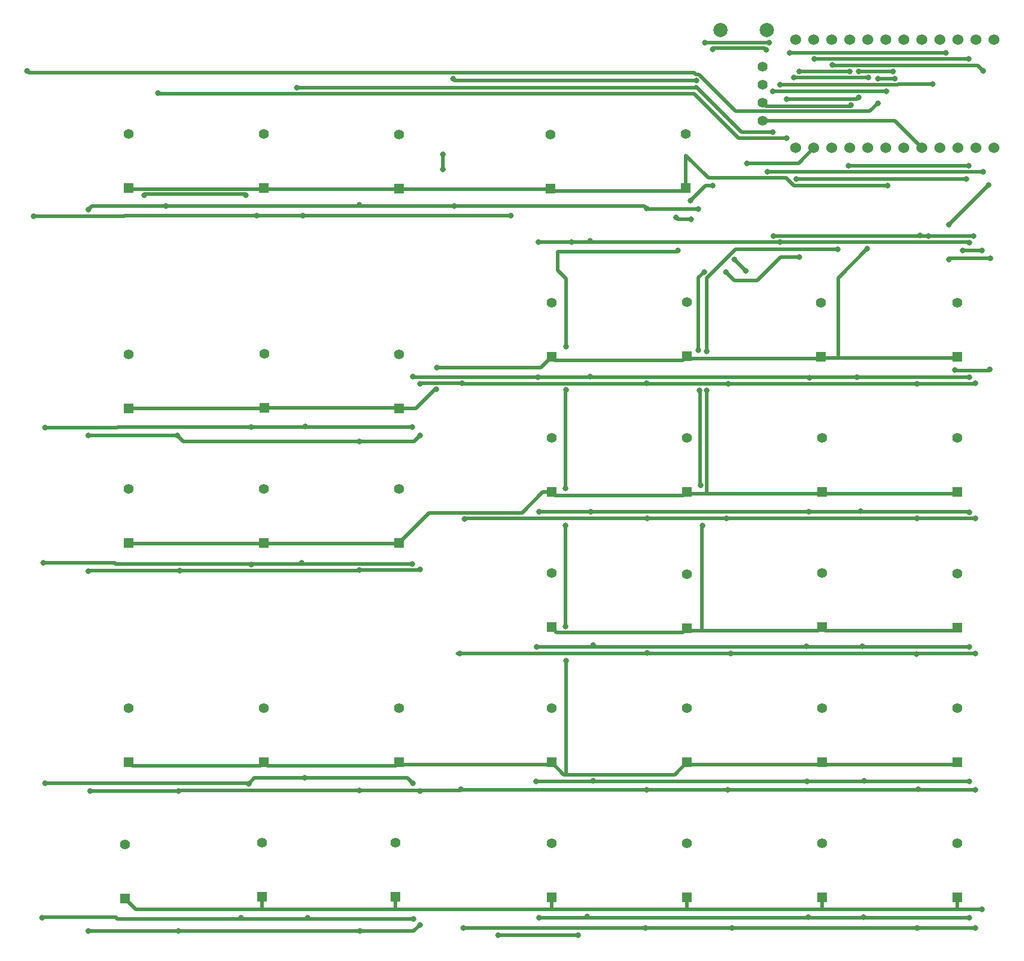
<source format=gbr>
G04 #@! TF.GenerationSoftware,KiCad,Pcbnew,7.0.6*
G04 #@! TF.CreationDate,2023-08-25T23:20:57+09:00*
G04 #@! TF.ProjectId,yamata37,79616d61-7461-4333-972e-6b696361645f,rev?*
G04 #@! TF.SameCoordinates,Original*
G04 #@! TF.FileFunction,Copper,L1,Top*
G04 #@! TF.FilePolarity,Positive*
%FSLAX46Y46*%
G04 Gerber Fmt 4.6, Leading zero omitted, Abs format (unit mm)*
G04 Created by KiCad (PCBNEW 7.0.6) date 2023-08-25 23:20:57*
%MOMM*%
%LPD*%
G01*
G04 APERTURE LIST*
G04 #@! TA.AperFunction,ComponentPad*
%ADD10R,1.397000X1.397000*%
G04 #@! TD*
G04 #@! TA.AperFunction,ComponentPad*
%ADD11C,1.397000*%
G04 #@! TD*
G04 #@! TA.AperFunction,ComponentPad*
%ADD12C,1.524000*%
G04 #@! TD*
G04 #@! TA.AperFunction,ComponentPad*
%ADD13C,2.000000*%
G04 #@! TD*
G04 #@! TA.AperFunction,ViaPad*
%ADD14C,0.800000*%
G04 #@! TD*
G04 #@! TA.AperFunction,Conductor*
%ADD15C,0.500000*%
G04 #@! TD*
G04 APERTURE END LIST*
D10*
X60721926Y-89524133D03*
D11*
X60721926Y-81904133D03*
D10*
X60721926Y-120502287D03*
D11*
X60721926Y-112882287D03*
D10*
X79248000Y-139446000D03*
D11*
X79248000Y-131826000D03*
D10*
X120130000Y-39530000D03*
D11*
X120130000Y-31910000D03*
D10*
X60452000Y-139446000D03*
D11*
X60452000Y-131826000D03*
D10*
X41671910Y-120502287D03*
D11*
X41671910Y-112882287D03*
D10*
X158353258Y-101523626D03*
D11*
X158353258Y-93903626D03*
D10*
X79771942Y-120502287D03*
D11*
X79771942Y-112882287D03*
D10*
X101092000Y-39627000D03*
D11*
X101092000Y-32007000D03*
D10*
X158353258Y-82402255D03*
D11*
X158353258Y-74782255D03*
D10*
X41656000Y-39530000D03*
D11*
X41656000Y-31910000D03*
D10*
X139303242Y-101452271D03*
D11*
X139303242Y-93832271D03*
D10*
X60786177Y-70538904D03*
D11*
X60786177Y-62918904D03*
D10*
X41671910Y-89546011D03*
D11*
X41671910Y-81926011D03*
D10*
X101203210Y-82380377D03*
D11*
X101203210Y-74760377D03*
D10*
X120253226Y-82402255D03*
D11*
X120253226Y-74782255D03*
D12*
X163592006Y-33850172D03*
X161052006Y-33850172D03*
X158512006Y-33850172D03*
X155972006Y-33850172D03*
X153432006Y-33850172D03*
X150892006Y-33850172D03*
X148352006Y-33850172D03*
X145812006Y-33850172D03*
X143272006Y-33850172D03*
X140732006Y-33850172D03*
X138192006Y-33850172D03*
X135652006Y-33850172D03*
X135652006Y-18630172D03*
X138192006Y-18630172D03*
X140732006Y-18630172D03*
X143272006Y-18630172D03*
X145812006Y-18630172D03*
X148352006Y-18630172D03*
X150892006Y-18630172D03*
X153432006Y-18630172D03*
X155972006Y-18630172D03*
X158512006Y-18630172D03*
X161052006Y-18630172D03*
X163592006Y-18630172D03*
D13*
X131564173Y-17264077D03*
X125064173Y-17264077D03*
D10*
X101203210Y-101452271D03*
D11*
X101203210Y-93832271D03*
X130968860Y-30003772D03*
X130968860Y-27463772D03*
X130968860Y-24923772D03*
X130968860Y-22383772D03*
D10*
X79756000Y-70615000D03*
D11*
X79756000Y-62995000D03*
D10*
X158353258Y-120491348D03*
D11*
X158353258Y-112871348D03*
D10*
X139303242Y-139544252D03*
D11*
X139303242Y-131924252D03*
D10*
X41656000Y-70615000D03*
D11*
X41656000Y-62995000D03*
D10*
X120253226Y-101603000D03*
D11*
X120253226Y-93983000D03*
D10*
X120253226Y-139552303D03*
D11*
X120253226Y-131932303D03*
D10*
X79771942Y-89546011D03*
D11*
X79771942Y-81926011D03*
D10*
X60694000Y-39530000D03*
D11*
X60694000Y-31910000D03*
D10*
X79756000Y-39624000D03*
D11*
X79756000Y-32004000D03*
D10*
X158353258Y-63344250D03*
D11*
X158353258Y-55724250D03*
D10*
X101203210Y-139552303D03*
D11*
X101203210Y-131932303D03*
D10*
X139303242Y-120502287D03*
D11*
X139303242Y-112882287D03*
D10*
X120253226Y-120502287D03*
D11*
X120253226Y-112882287D03*
D10*
X139160250Y-63352239D03*
D11*
X139160250Y-55732239D03*
D10*
X101203210Y-63341300D03*
D11*
X101203210Y-55721300D03*
D10*
X41148000Y-139703000D03*
D11*
X41148000Y-132083000D03*
D10*
X101203210Y-120502287D03*
D11*
X101203210Y-112882287D03*
D10*
X139303242Y-82402255D03*
D11*
X139303242Y-74782255D03*
D10*
X158353258Y-139552303D03*
D11*
X158353258Y-131932303D03*
D10*
X120253226Y-63246000D03*
D11*
X120253226Y-55626000D03*
D14*
X157205688Y-44665688D03*
X43860000Y-40533500D03*
X58180000Y-40570000D03*
X85890000Y-34780000D03*
X85890000Y-36880000D03*
X143440000Y-27850500D03*
X74180000Y-93400000D03*
X74170000Y-75210000D03*
X57450000Y-142420000D03*
X66850000Y-142410000D03*
X66560000Y-73090000D03*
X58880000Y-73250000D03*
X66200000Y-43430000D03*
X74170000Y-41910000D03*
X65980000Y-92330000D03*
X87490000Y-42040000D03*
X74210000Y-144280000D03*
X74160000Y-124450000D03*
X66430000Y-122660000D03*
X29400000Y-142360000D03*
X35990000Y-144280000D03*
X29890000Y-123440000D03*
X36190000Y-124550000D03*
X29610000Y-92390000D03*
X35980000Y-93500000D03*
X29888028Y-73340000D03*
X35980000Y-74440000D03*
X35980000Y-42570000D03*
X28220000Y-43470000D03*
X128770000Y-36020000D03*
X123910000Y-39210000D03*
X120800000Y-41290000D03*
X120879500Y-43920000D03*
X118790000Y-43710000D03*
X118990000Y-48360000D03*
X103260000Y-61900000D03*
X103260000Y-67949500D03*
X103160000Y-81870000D03*
X103200000Y-87140000D03*
X103200000Y-101310000D03*
X103290000Y-106110000D03*
X136110000Y-49220000D03*
X125800000Y-51340000D03*
X122710000Y-51340000D03*
X121920000Y-62340000D03*
X122070715Y-68070818D03*
X122230500Y-81460000D03*
X122480000Y-87100000D03*
X141520000Y-48150000D03*
X123070000Y-62570000D03*
X123070000Y-68050000D03*
X145730000Y-48110000D03*
X85100000Y-64820000D03*
X84960000Y-67889500D03*
X148530000Y-39139500D03*
X93700000Y-144810000D03*
X104930000Y-144860000D03*
X106270000Y-142220000D03*
X114460000Y-143810000D03*
X107060000Y-123050000D03*
X114630000Y-124340000D03*
X107060000Y-103970000D03*
X114680000Y-105059500D03*
X106730000Y-85120000D03*
X114730000Y-86090000D03*
X106690000Y-66080000D03*
X114590000Y-67050000D03*
X106660000Y-46940000D03*
X114630000Y-42370000D03*
X126960000Y-49570000D03*
X128565063Y-51175063D03*
X145190000Y-142330000D03*
X152710000Y-143810000D03*
X145260000Y-123060000D03*
X152880000Y-124310000D03*
X145050000Y-104080000D03*
X152670000Y-105180000D03*
X144770000Y-85090000D03*
X152750000Y-86090000D03*
X144290000Y-66170000D03*
X152700000Y-67100000D03*
X162765623Y-39100000D03*
X157200000Y-49570000D03*
X163020000Y-49430000D03*
X162950000Y-65090000D03*
X158090000Y-65200000D03*
X135710000Y-38290000D03*
X161900000Y-48350000D03*
X159650000Y-38290000D03*
X159160500Y-48290000D03*
X161850000Y-141210000D03*
X137230000Y-123130000D03*
X160070000Y-104210000D03*
X99360000Y-47180000D03*
X81630000Y-73250000D03*
X137100000Y-104130000D03*
X99040000Y-123140000D03*
X99300000Y-66200000D03*
X103990000Y-47180000D03*
X160070000Y-142390000D03*
X95460000Y-43400000D03*
X160070000Y-66200000D03*
X154910000Y-24890000D03*
X81660000Y-123410000D03*
X59680000Y-43440000D03*
X58530000Y-123490000D03*
X81700000Y-66120000D03*
X137590000Y-66250000D03*
X58880000Y-92570000D03*
X99420000Y-85190000D03*
X133370000Y-24923772D03*
X81740000Y-142520000D03*
X137380000Y-142270000D03*
X81620000Y-92510000D03*
X137470000Y-85170000D03*
X160070000Y-123210000D03*
X99120000Y-104210000D03*
X133440000Y-47180000D03*
X160070000Y-47210000D03*
X99420000Y-142380000D03*
X160070000Y-85210000D03*
X88470000Y-124290000D03*
X82690000Y-74410000D03*
X126660000Y-143810000D03*
X48820000Y-93480000D03*
X160710000Y-46320000D03*
X153100000Y-46190000D03*
X88830000Y-143810000D03*
X48460000Y-74410000D03*
X125840000Y-86090000D03*
X82680000Y-143400000D03*
X82690000Y-67080000D03*
X121910000Y-42520000D03*
X88620000Y-67040000D03*
X132470000Y-46330500D03*
X48650000Y-144280000D03*
X88960000Y-86170000D03*
X126460000Y-105140000D03*
X82690000Y-124530000D03*
X88310000Y-105140000D03*
X46840000Y-42040000D03*
X82690000Y-93290000D03*
X160920000Y-105140000D03*
X126160000Y-67100000D03*
X160920000Y-124320000D03*
X48680000Y-124530000D03*
X160920000Y-86090000D03*
X160920000Y-67030000D03*
X154360000Y-46310000D03*
X126070000Y-124320000D03*
X160920000Y-143820000D03*
X147180000Y-24074272D03*
X27350000Y-23050000D03*
X147210000Y-27550000D03*
X149600000Y-24074272D03*
X134380000Y-32520000D03*
X149330000Y-23089500D03*
X134360000Y-26970000D03*
X45750000Y-26180001D03*
X144470000Y-26720000D03*
X144470000Y-23089500D03*
X132360000Y-31640000D03*
X65380000Y-25350000D03*
X148410000Y-25867994D03*
X132420000Y-25870000D03*
X145860000Y-23980000D03*
X135350000Y-23960000D03*
X131430000Y-20020000D03*
X121620000Y-24340000D03*
X123910000Y-19919500D03*
X87320000Y-24110000D03*
X122850000Y-19070000D03*
X131870000Y-19070000D03*
X143270000Y-23089500D03*
X136090000Y-23130500D03*
X162000000Y-23000000D03*
X140770000Y-22150000D03*
X131620000Y-37260000D03*
X162000000Y-37260000D03*
X138210000Y-21279500D03*
X160000000Y-21279500D03*
X160000000Y-36410000D03*
X143030000Y-36410000D03*
X156760000Y-20430000D03*
X134750000Y-20430000D03*
D15*
X157205688Y-44659935D02*
X157205688Y-44665688D01*
X162765623Y-39100000D02*
X157205688Y-44659935D01*
X162000000Y-37260000D02*
X131620000Y-37260000D01*
X140860000Y-22240000D02*
X140770000Y-22150000D01*
X162000000Y-23000000D02*
X161240000Y-22240000D01*
X161240000Y-22240000D02*
X140860000Y-22240000D01*
X160000000Y-36410000D02*
X143030000Y-36410000D01*
X160000000Y-21279500D02*
X138210000Y-21279500D01*
X57994000Y-40384000D02*
X43860000Y-40384000D01*
X58180000Y-40570000D02*
X57994000Y-40384000D01*
X43860000Y-40384000D02*
X43860000Y-40533500D01*
X74210000Y-144280000D02*
X81800000Y-144280000D01*
X48650000Y-144280000D02*
X74210000Y-144280000D01*
X35990000Y-144280000D02*
X48650000Y-144280000D01*
X82680000Y-143400000D02*
X81800000Y-144280000D01*
X85890000Y-36880000D02*
X85890000Y-34780000D01*
X143440000Y-28000000D02*
X143440000Y-27850500D01*
X131505088Y-28000000D02*
X143440000Y-28000000D01*
X130968860Y-27463772D02*
X131505088Y-28000000D01*
X130968860Y-30003772D02*
X149585606Y-30003772D01*
X149585606Y-30003772D02*
X153432006Y-33850172D01*
X36000000Y-93480000D02*
X35980000Y-93500000D01*
X48820000Y-93480000D02*
X36000000Y-93480000D01*
X74180000Y-93400000D02*
X74100000Y-93480000D01*
X74100000Y-93480000D02*
X48820000Y-93480000D01*
X82580000Y-93400000D02*
X74180000Y-93400000D01*
X82690000Y-93290000D02*
X82580000Y-93400000D01*
X40140000Y-73250000D02*
X81630000Y-73250000D01*
X40050000Y-73340000D02*
X40140000Y-73250000D01*
X29888028Y-73340000D02*
X40050000Y-73340000D01*
X88310000Y-124450000D02*
X88470000Y-124290000D01*
X74160000Y-124450000D02*
X88310000Y-124450000D01*
X48760000Y-124450000D02*
X74160000Y-124450000D01*
X48680000Y-124530000D02*
X48760000Y-124450000D01*
X48660000Y-124550000D02*
X48680000Y-124530000D01*
X36190000Y-124550000D02*
X48660000Y-124550000D01*
X114780000Y-42520000D02*
X121910000Y-42520000D01*
X114630000Y-42370000D02*
X114780000Y-42520000D01*
X87490000Y-42040000D02*
X114300000Y-42040000D01*
X114300000Y-42040000D02*
X114630000Y-42370000D01*
X36510000Y-42040000D02*
X35980000Y-42570000D01*
X87490000Y-42040000D02*
X36510000Y-42040000D01*
X48460000Y-74410000D02*
X49310000Y-75260000D01*
X49310000Y-75260000D02*
X81840000Y-75260000D01*
X81840000Y-75260000D02*
X82690000Y-74410000D01*
X48430000Y-74440000D02*
X48460000Y-74410000D01*
X35980000Y-74440000D02*
X48430000Y-74440000D01*
X80910000Y-122660000D02*
X81660000Y-123410000D01*
X59360000Y-122660000D02*
X80910000Y-122660000D01*
X58530000Y-123490000D02*
X59360000Y-122660000D01*
X58480000Y-123440000D02*
X58530000Y-123490000D01*
X29890000Y-123440000D02*
X58480000Y-123440000D01*
X39820000Y-142340000D02*
X40000000Y-142520000D01*
X29420000Y-142340000D02*
X39820000Y-142340000D01*
X29400000Y-142360000D02*
X29420000Y-142340000D01*
X39770000Y-92510000D02*
X81620000Y-92510000D01*
X39650000Y-92390000D02*
X39770000Y-92510000D01*
X29610000Y-92390000D02*
X39650000Y-92390000D01*
X28220000Y-43470000D02*
X41010000Y-43470000D01*
X41040000Y-43440000D02*
X95420000Y-43440000D01*
X136022178Y-36020000D02*
X138192006Y-33850172D01*
X128770000Y-36020000D02*
X136022178Y-36020000D01*
X122880000Y-39210000D02*
X123910000Y-39210000D01*
X120800000Y-41290000D02*
X122880000Y-39210000D01*
X119000000Y-43920000D02*
X120879500Y-43920000D01*
X118790000Y-43710000D02*
X119000000Y-43920000D01*
X118860000Y-48490000D02*
X118990000Y-48360000D01*
X102120000Y-48490000D02*
X118860000Y-48490000D01*
X102120000Y-51142082D02*
X102120000Y-48490000D01*
X103260000Y-52282082D02*
X102120000Y-51142082D01*
X103260000Y-61900000D02*
X103260000Y-52282082D01*
X103260000Y-67800000D02*
X103260000Y-67949500D01*
X103180000Y-67800000D02*
X103260000Y-67800000D01*
X103160000Y-67820000D02*
X103180000Y-67800000D01*
X103160000Y-81870000D02*
X103160000Y-67820000D01*
X103200000Y-101310000D02*
X103200000Y-87140000D01*
X103290000Y-106350000D02*
X103290000Y-106110000D01*
X103280000Y-106360000D02*
X103290000Y-106350000D01*
X103280000Y-122200000D02*
X102900923Y-122200000D01*
X103280000Y-122200000D02*
X103280000Y-106360000D01*
X118555513Y-122200000D02*
X103280000Y-122200000D01*
X42133623Y-120964000D02*
X41671910Y-120502287D01*
X60260213Y-120964000D02*
X42133623Y-120964000D01*
X60721926Y-120502287D02*
X60260213Y-120964000D01*
X61183639Y-120964000D02*
X60721926Y-120502287D01*
X79771942Y-120502287D02*
X79310229Y-120964000D01*
X79310229Y-120964000D02*
X61183639Y-120964000D01*
X80098905Y-120829250D02*
X79771942Y-120502287D01*
X101203210Y-120502287D02*
X100876247Y-120829250D01*
X100876247Y-120829250D02*
X80098905Y-120829250D01*
X102900923Y-122200000D02*
X101203210Y-120502287D01*
X120253226Y-120502287D02*
X118555513Y-122200000D01*
X120580189Y-120829250D02*
X120253226Y-120502287D01*
X138976279Y-120829250D02*
X120580189Y-120829250D01*
X139303242Y-120502287D02*
X138976279Y-120829250D01*
X139630205Y-120829250D02*
X139303242Y-120502287D01*
X158353258Y-120491348D02*
X158015356Y-120829250D01*
X158015356Y-120829250D02*
X139630205Y-120829250D01*
X133530323Y-49220000D02*
X136110000Y-49220000D01*
X130202455Y-52547868D02*
X133530323Y-49220000D01*
X127007868Y-52547868D02*
X130202455Y-52547868D01*
X125800000Y-51340000D02*
X127007868Y-52547868D01*
X121920000Y-52130000D02*
X122710000Y-51340000D01*
X121920000Y-62340000D02*
X121920000Y-52130000D01*
X122071533Y-68070000D02*
X122070715Y-68070818D01*
X122110000Y-81339500D02*
X122110000Y-68070000D01*
X122110000Y-68070000D02*
X122071533Y-68070000D01*
X122230500Y-81460000D02*
X122110000Y-81339500D01*
X122430000Y-87150000D02*
X122480000Y-87100000D01*
X122430000Y-101940000D02*
X122430000Y-87150000D01*
X122430000Y-101940000D02*
X120590226Y-101940000D01*
X138815513Y-101940000D02*
X122430000Y-101940000D01*
X119690226Y-102166000D02*
X101916939Y-102166000D01*
X120253226Y-101603000D02*
X119690226Y-102166000D01*
X101916939Y-102166000D02*
X101203210Y-101452271D01*
X120590226Y-101940000D02*
X120253226Y-101603000D01*
X139303242Y-101452271D02*
X138815513Y-101940000D01*
X139790971Y-101940000D02*
X139303242Y-101452271D01*
X157936884Y-101940000D02*
X139790971Y-101940000D01*
X158353258Y-101523626D02*
X157936884Y-101940000D01*
X127177918Y-48150000D02*
X141520000Y-48150000D01*
X123070000Y-52257918D02*
X127177918Y-48150000D01*
X123070000Y-62570000D02*
X123070000Y-52257918D01*
X123070000Y-71372082D02*
X123070000Y-68050000D01*
X123080000Y-82620000D02*
X123080000Y-71382082D01*
X123080000Y-71382082D02*
X123070000Y-71372082D01*
X123080000Y-82620000D02*
X120470971Y-82620000D01*
X139085497Y-82620000D02*
X123080000Y-82620000D01*
X41775899Y-89650000D02*
X41671910Y-89546011D01*
X60596059Y-89650000D02*
X41775899Y-89650000D01*
X60721926Y-89524133D02*
X60596059Y-89650000D01*
X60847793Y-89650000D02*
X60721926Y-89524133D01*
X79667953Y-89650000D02*
X60847793Y-89650000D01*
X79771942Y-89546011D02*
X79667953Y-89650000D01*
X83997953Y-85320000D02*
X79771942Y-89546011D01*
X100004710Y-82380377D02*
X97065087Y-85320000D01*
X97065087Y-85320000D02*
X83997953Y-85320000D01*
X101203210Y-82380377D02*
X100004710Y-82380377D01*
X101668833Y-82846000D02*
X101203210Y-82380377D01*
X119809481Y-82846000D02*
X101668833Y-82846000D01*
X120253226Y-82402255D02*
X119809481Y-82846000D01*
X120470971Y-82620000D02*
X120253226Y-82402255D01*
X139303242Y-82402255D02*
X139085497Y-82620000D01*
X158135513Y-82620000D02*
X139520987Y-82620000D01*
X158353258Y-82402255D02*
X158135513Y-82620000D01*
X139520987Y-82620000D02*
X139303242Y-82402255D01*
X141620000Y-52220000D02*
X145730000Y-48110000D01*
X141620000Y-63510000D02*
X141620000Y-52220000D01*
X141620000Y-63510000D02*
X158187508Y-63510000D01*
X139318011Y-63510000D02*
X141620000Y-63510000D01*
X158187508Y-63510000D02*
X158353258Y-63344250D01*
X139160250Y-63352239D02*
X139318011Y-63510000D01*
X120591226Y-63584000D02*
X138928489Y-63584000D01*
X120253226Y-63246000D02*
X120591226Y-63584000D01*
X138928489Y-63584000D02*
X139160250Y-63352239D01*
X119689226Y-63810000D02*
X120253226Y-63246000D01*
X101671910Y-63810000D02*
X119689226Y-63810000D01*
X101203210Y-63341300D02*
X101671910Y-63810000D01*
X85100000Y-64820000D02*
X99724510Y-64820000D01*
X99724510Y-64820000D02*
X101203210Y-63341300D01*
X84960000Y-67740000D02*
X84960000Y-67889500D01*
X82085000Y-70615000D02*
X84960000Y-67740000D01*
X79756000Y-70615000D02*
X82085000Y-70615000D01*
X79679904Y-70538904D02*
X79756000Y-70615000D01*
X60786177Y-70538904D02*
X79679904Y-70538904D01*
X60710081Y-70615000D02*
X60786177Y-70538904D01*
X41656000Y-70615000D02*
X60710081Y-70615000D01*
X148380000Y-39140000D02*
X148530000Y-38990000D01*
X148530000Y-38990000D02*
X148530000Y-39139500D01*
X135330000Y-39140000D02*
X148380000Y-39140000D01*
X134300000Y-38110000D02*
X135330000Y-39140000D01*
X123310000Y-38110000D02*
X134300000Y-38110000D01*
X120130000Y-34930000D02*
X123310000Y-38110000D01*
X120130000Y-39530000D02*
X120130000Y-34930000D01*
X119750000Y-39910000D02*
X120130000Y-39530000D01*
X101375000Y-39910000D02*
X119750000Y-39910000D01*
X101092000Y-39627000D02*
X101375000Y-39910000D01*
X101035000Y-39684000D02*
X101092000Y-39627000D01*
X79816000Y-39684000D02*
X101035000Y-39684000D01*
X79756000Y-39624000D02*
X79816000Y-39684000D01*
X79696000Y-39684000D02*
X79756000Y-39624000D01*
X60848000Y-39684000D02*
X79696000Y-39684000D01*
X60694000Y-39530000D02*
X60848000Y-39684000D01*
X60540000Y-39684000D02*
X60694000Y-39530000D01*
X41810000Y-39684000D02*
X60540000Y-39684000D01*
X41656000Y-39530000D02*
X41810000Y-39684000D01*
X159650000Y-38290000D02*
X135710000Y-38290000D01*
X136131000Y-23089500D02*
X143270000Y-23089500D01*
X136090000Y-23130500D02*
X136131000Y-23089500D01*
X148410000Y-25867994D02*
X132422006Y-25867994D01*
X132422006Y-25867994D02*
X132420000Y-25870000D01*
X144470000Y-23089500D02*
X149330000Y-23089500D01*
X99290000Y-66190000D02*
X99300000Y-66200000D01*
X81700000Y-66120000D02*
X81770000Y-66190000D01*
X81770000Y-66190000D02*
X99290000Y-66190000D01*
X159160500Y-48290000D02*
X161840000Y-48290000D01*
X161840000Y-48290000D02*
X161900000Y-48350000D01*
X158120000Y-65230000D02*
X162810000Y-65230000D01*
X162810000Y-65230000D02*
X162950000Y-65090000D01*
X158090000Y-65200000D02*
X158120000Y-65230000D01*
X93750000Y-144860000D02*
X93700000Y-144810000D01*
X104930000Y-144860000D02*
X93750000Y-144860000D01*
X128565063Y-51175063D02*
X126960000Y-49570000D01*
X157340000Y-49430000D02*
X157200000Y-49570000D01*
X163020000Y-49430000D02*
X157340000Y-49430000D01*
X99300000Y-66200000D02*
X160070000Y-66200000D01*
X120330000Y-141210000D02*
X101200000Y-141210000D01*
X60452000Y-141122000D02*
X60540000Y-141210000D01*
X120253226Y-139552303D02*
X120253226Y-141133226D01*
X139360000Y-141210000D02*
X120330000Y-141210000D01*
X161850000Y-141210000D02*
X158420000Y-141210000D01*
X42655000Y-141210000D02*
X41148000Y-139703000D01*
X79320000Y-141210000D02*
X60540000Y-141210000D01*
X79248000Y-139446000D02*
X79248000Y-141138000D01*
X60540000Y-141210000D02*
X42655000Y-141210000D01*
X158420000Y-141210000D02*
X139360000Y-141210000D01*
X158353258Y-139552303D02*
X158353258Y-141143258D01*
X101203210Y-139552303D02*
X101203210Y-141206790D01*
X60452000Y-139446000D02*
X60452000Y-141122000D01*
X120253226Y-141133226D02*
X120330000Y-141210000D01*
X139303242Y-139544252D02*
X139303242Y-141153242D01*
X139303242Y-141153242D02*
X139360000Y-141210000D01*
X79248000Y-141138000D02*
X79320000Y-141210000D01*
X101200000Y-141210000D02*
X79320000Y-141210000D01*
X101203210Y-141206790D02*
X101200000Y-141210000D01*
X158353258Y-141143258D02*
X158420000Y-141210000D01*
X160060000Y-142380000D02*
X99420000Y-142380000D01*
X160070000Y-85210000D02*
X160050000Y-85190000D01*
X160070000Y-47200000D02*
X160070000Y-47210000D01*
X160070000Y-123210000D02*
X99110000Y-123210000D01*
X150016228Y-24923772D02*
X150050000Y-24890000D01*
X160070000Y-104210000D02*
X99120000Y-104210000D01*
X103990000Y-47180000D02*
X99360000Y-47180000D01*
X160070000Y-142390000D02*
X160060000Y-142380000D01*
X133440000Y-47180000D02*
X103990000Y-47180000D01*
X160050000Y-85190000D02*
X156460000Y-85190000D01*
X133440000Y-47180000D02*
X160050000Y-47180000D01*
X156460000Y-85190000D02*
X99420000Y-85190000D01*
X95420000Y-43440000D02*
X95460000Y-43400000D01*
X150050000Y-24890000D02*
X154910000Y-24890000D01*
X99110000Y-123210000D02*
X99040000Y-123140000D01*
X160050000Y-47180000D02*
X160070000Y-47200000D01*
X133370000Y-24923772D02*
X150016228Y-24923772D01*
X40000000Y-142520000D02*
X81740000Y-142520000D01*
X88620000Y-67040000D02*
X82730000Y-67040000D01*
X160850000Y-67100000D02*
X88560000Y-67100000D01*
X88560000Y-67100000D02*
X88620000Y-67040000D01*
X160910000Y-143810000D02*
X88830000Y-143810000D01*
X82730000Y-67040000D02*
X82690000Y-67080000D01*
X160920000Y-105140000D02*
X87960000Y-105140000D01*
X88880000Y-86090000D02*
X88960000Y-86170000D01*
X160920000Y-86090000D02*
X88880000Y-86090000D01*
X88470000Y-124320000D02*
X88470000Y-124290000D01*
X160920000Y-67030000D02*
X160850000Y-67100000D01*
X160920000Y-124320000D02*
X88470000Y-124320000D01*
X132470000Y-46330500D02*
X160699500Y-46330500D01*
X160699500Y-46330500D02*
X160710000Y-46320000D01*
X160920000Y-143820000D02*
X160910000Y-143810000D01*
X121540000Y-23490000D02*
X121310000Y-23260000D01*
X147195728Y-24074272D02*
X147180000Y-24090000D01*
X27560000Y-23260000D02*
X27350000Y-23050000D01*
X121310000Y-23260000D02*
X27560000Y-23260000D01*
X146060000Y-28700000D02*
X127182082Y-28700000D01*
X149600000Y-24074272D02*
X147195728Y-24074272D01*
X147180000Y-24090000D02*
X147180000Y-24074272D01*
X147210000Y-27550000D02*
X146060000Y-28700000D01*
X127182082Y-28700000D02*
X121972082Y-23490000D01*
X121972082Y-23490000D02*
X121540000Y-23490000D01*
X45750000Y-26180001D02*
X45827499Y-26257500D01*
X121287500Y-26257500D02*
X127550000Y-32520000D01*
X127550000Y-32520000D02*
X134380000Y-32520000D01*
X144220000Y-26970000D02*
X134360000Y-26970000D01*
X45827499Y-26257500D02*
X121287500Y-26257500D01*
X144470000Y-26720000D02*
X144220000Y-26970000D01*
X132360000Y-31640000D02*
X127990000Y-31640000D01*
X65390739Y-25339261D02*
X65380000Y-25350000D01*
X121598038Y-25339261D02*
X65390739Y-25339261D01*
X127990000Y-31640000D02*
X121600000Y-25250000D01*
X87550000Y-24340000D02*
X87320000Y-24110000D01*
X145860000Y-23980000D02*
X135370000Y-23980000D01*
X135370000Y-23980000D02*
X135350000Y-23960000D01*
X131430000Y-20020000D02*
X131180000Y-19770000D01*
X123910000Y-19770000D02*
X123910000Y-19919500D01*
X131180000Y-19770000D02*
X123910000Y-19770000D01*
X121620000Y-24340000D02*
X87550000Y-24340000D01*
X131870000Y-19070000D02*
X122850000Y-19070000D01*
X134750000Y-20430000D02*
X156760000Y-20430000D01*
M02*

</source>
